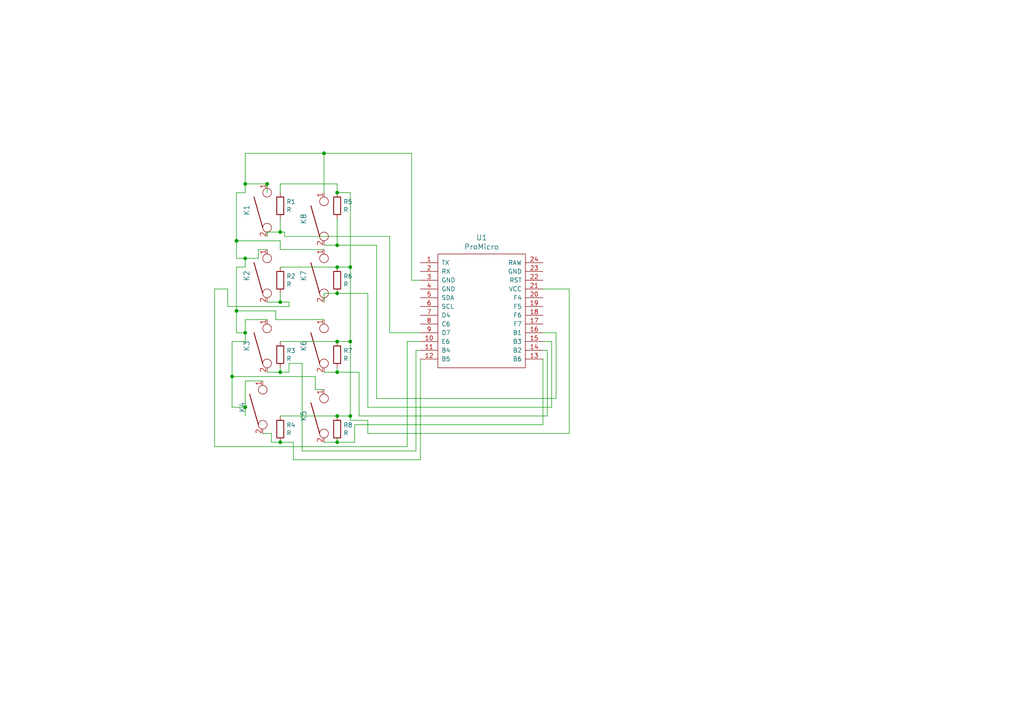
<source format=kicad_sch>
(kicad_sch (version 20230121) (generator eeschema)

  (uuid 54b0d0c6-1ff9-4de4-b0d2-42e1220c3880)

  (paper "A4")

  (lib_symbols
    (symbol "Device:R" (pin_numbers hide) (pin_names (offset 0)) (in_bom yes) (on_board yes)
      (property "Reference" "R" (at 2.032 0 90)
        (effects (font (size 1.27 1.27)))
      )
      (property "Value" "R" (at 0 0 90)
        (effects (font (size 1.27 1.27)))
      )
      (property "Footprint" "" (at -1.778 0 90)
        (effects (font (size 1.27 1.27)) hide)
      )
      (property "Datasheet" "~" (at 0 0 0)
        (effects (font (size 1.27 1.27)) hide)
      )
      (property "ki_keywords" "R res resistor" (at 0 0 0)
        (effects (font (size 1.27 1.27)) hide)
      )
      (property "ki_description" "Resistor" (at 0 0 0)
        (effects (font (size 1.27 1.27)) hide)
      )
      (property "ki_fp_filters" "R_*" (at 0 0 0)
        (effects (font (size 1.27 1.27)) hide)
      )
      (symbol "R_0_1"
        (rectangle (start -1.016 -2.54) (end 1.016 2.54)
          (stroke (width 0.254) (type default))
          (fill (type none))
        )
      )
      (symbol "R_1_1"
        (pin passive line (at 0 3.81 270) (length 1.27)
          (name "~" (effects (font (size 1.27 1.27))))
          (number "1" (effects (font (size 1.27 1.27))))
        )
        (pin passive line (at 0 -3.81 90) (length 1.27)
          (name "~" (effects (font (size 1.27 1.27))))
          (number "2" (effects (font (size 1.27 1.27))))
        )
      )
    )
    (symbol "Macro-rescue:ProMicro-promicro" (pin_names (offset 1.016)) (in_bom yes) (on_board yes)
      (property "Reference" "U" (at 0 24.13 0)
        (effects (font (size 1.524 1.524)))
      )
      (property "Value" "ProMicro-promicro" (at 0 -13.97 0)
        (effects (font (size 1.524 1.524)))
      )
      (property "Footprint" "" (at 2.54 -26.67 0)
        (effects (font (size 1.524 1.524)))
      )
      (property "Datasheet" "" (at 2.54 -26.67 0)
        (effects (font (size 1.524 1.524)))
      )
      (symbol "ProMicro-promicro_0_1"
        (rectangle (start -12.7 21.59) (end 12.7 -11.43)
          (stroke (width 0) (type solid))
          (fill (type none))
        )
      )
      (symbol "ProMicro-promicro_1_1"
        (pin bidirectional line (at -17.78 19.05 0) (length 5.08)
          (name "TX" (effects (font (size 1.27 1.27))))
          (number "1" (effects (font (size 1.27 1.27))))
        )
        (pin bidirectional line (at -17.78 -3.81 0) (length 5.08)
          (name "E6" (effects (font (size 1.27 1.27))))
          (number "10" (effects (font (size 1.27 1.27))))
        )
        (pin bidirectional line (at -17.78 -6.35 0) (length 5.08)
          (name "B4" (effects (font (size 1.27 1.27))))
          (number "11" (effects (font (size 1.27 1.27))))
        )
        (pin bidirectional line (at -17.78 -8.89 0) (length 5.08)
          (name "B5" (effects (font (size 1.27 1.27))))
          (number "12" (effects (font (size 1.27 1.27))))
        )
        (pin bidirectional line (at 17.78 -8.89 180) (length 5.08)
          (name "B6" (effects (font (size 1.27 1.27))))
          (number "13" (effects (font (size 1.27 1.27))))
        )
        (pin bidirectional line (at 17.78 -6.35 180) (length 5.08)
          (name "B2" (effects (font (size 1.27 1.27))))
          (number "14" (effects (font (size 1.27 1.27))))
        )
        (pin bidirectional line (at 17.78 -3.81 180) (length 5.08)
          (name "B3" (effects (font (size 1.27 1.27))))
          (number "15" (effects (font (size 1.27 1.27))))
        )
        (pin bidirectional line (at 17.78 -1.27 180) (length 5.08)
          (name "B1" (effects (font (size 1.27 1.27))))
          (number "16" (effects (font (size 1.27 1.27))))
        )
        (pin bidirectional line (at 17.78 1.27 180) (length 5.08)
          (name "F7" (effects (font (size 1.27 1.27))))
          (number "17" (effects (font (size 1.27 1.27))))
        )
        (pin bidirectional line (at 17.78 3.81 180) (length 5.08)
          (name "F6" (effects (font (size 1.27 1.27))))
          (number "18" (effects (font (size 1.27 1.27))))
        )
        (pin bidirectional line (at 17.78 6.35 180) (length 5.08)
          (name "F5" (effects (font (size 1.27 1.27))))
          (number "19" (effects (font (size 1.27 1.27))))
        )
        (pin bidirectional line (at -17.78 16.51 0) (length 5.08)
          (name "RX" (effects (font (size 1.27 1.27))))
          (number "2" (effects (font (size 1.27 1.27))))
        )
        (pin bidirectional line (at 17.78 8.89 180) (length 5.08)
          (name "F4" (effects (font (size 1.27 1.27))))
          (number "20" (effects (font (size 1.27 1.27))))
        )
        (pin power_in line (at 17.78 11.43 180) (length 5.08)
          (name "VCC" (effects (font (size 1.27 1.27))))
          (number "21" (effects (font (size 1.27 1.27))))
        )
        (pin input line (at 17.78 13.97 180) (length 5.08)
          (name "RST" (effects (font (size 1.27 1.27))))
          (number "22" (effects (font (size 1.27 1.27))))
        )
        (pin power_in line (at 17.78 16.51 180) (length 5.08)
          (name "GND" (effects (font (size 1.27 1.27))))
          (number "23" (effects (font (size 1.27 1.27))))
        )
        (pin power_out line (at 17.78 19.05 180) (length 5.08)
          (name "RAW" (effects (font (size 1.27 1.27))))
          (number "24" (effects (font (size 1.27 1.27))))
        )
        (pin power_in line (at -17.78 13.97 0) (length 5.08)
          (name "GND" (effects (font (size 1.27 1.27))))
          (number "3" (effects (font (size 1.27 1.27))))
        )
        (pin power_in line (at -17.78 11.43 0) (length 5.08)
          (name "GND" (effects (font (size 1.27 1.27))))
          (number "4" (effects (font (size 1.27 1.27))))
        )
        (pin bidirectional line (at -17.78 8.89 0) (length 5.08)
          (name "SDA" (effects (font (size 1.27 1.27))))
          (number "5" (effects (font (size 1.27 1.27))))
        )
        (pin bidirectional line (at -17.78 6.35 0) (length 5.08)
          (name "SCL" (effects (font (size 1.27 1.27))))
          (number "6" (effects (font (size 1.27 1.27))))
        )
        (pin bidirectional line (at -17.78 3.81 0) (length 5.08)
          (name "D4" (effects (font (size 1.27 1.27))))
          (number "7" (effects (font (size 1.27 1.27))))
        )
        (pin bidirectional line (at -17.78 1.27 0) (length 5.08)
          (name "C6" (effects (font (size 1.27 1.27))))
          (number "8" (effects (font (size 1.27 1.27))))
        )
        (pin bidirectional line (at -17.78 -1.27 0) (length 5.08)
          (name "D7" (effects (font (size 1.27 1.27))))
          (number "9" (effects (font (size 1.27 1.27))))
        )
      )
    )
    (symbol "Macro-rescue:keyboard_parts_KEYSW-keyboard_parts" (pin_names (offset 1.016)) (in_bom yes) (on_board yes)
      (property "Reference" "K?" (at -1.27 0 0)
        (effects (font (size 1.524 1.524)))
      )
      (property "Value" "keyboard_parts_keyboard_parts_KEYSW" (at 0 -2.54 0)
        (effects (font (size 1.524 1.524)) hide)
      )
      (property "Footprint" "" (at 0 0 0)
        (effects (font (size 1.524 1.524)))
      )
      (property "Datasheet" "" (at 0 0 0)
        (effects (font (size 1.524 1.524)))
      )
      (symbol "keyboard_parts_KEYSW-keyboard_parts_0_1"
        (circle (center -5.08 0) (radius 1.27)
          (stroke (width 0) (type solid))
          (fill (type none))
        )
        (polyline
          (pts
            (xy -5.08 1.27)
            (xy 3.81 3.81)
          )
          (stroke (width 0.254) (type solid))
          (fill (type none))
        )
        (circle (center 5.08 0) (radius 1.27)
          (stroke (width 0) (type solid))
          (fill (type none))
        )
      )
      (symbol "keyboard_parts_KEYSW-keyboard_parts_1_1"
        (pin passive line (at 7.62 0 180) (length 1.27)
          (name "~" (effects (font (size 1.524 1.524))))
          (number "1" (effects (font (size 1.524 1.524))))
        )
        (pin passive line (at -7.62 0 0) (length 1.27)
          (name "~" (effects (font (size 1.524 1.524))))
          (number "2" (effects (font (size 1.524 1.524))))
        )
      )
    )
  )

  (junction (at 81.28 107.95) (diameter 0) (color 0 0 0 0)
    (uuid 026e8624-290e-4c72-b0fa-6db85fd4b3fb)
  )
  (junction (at 97.79 107.95) (diameter 0) (color 0 0 0 0)
    (uuid 02fc449c-bada-48b0-bc71-a99d95d38852)
  )
  (junction (at 67.31 109.22) (diameter 0) (color 0 0 0 0)
    (uuid 139bd032-d681-44f6-81ce-da5d7182be42)
  )
  (junction (at 97.79 99.06) (diameter 0) (color 0 0 0 0)
    (uuid 17110ae5-f1d5-456a-bb70-ebaff41da4a9)
  )
  (junction (at 81.28 67.31) (diameter 0) (color 0 0 0 0)
    (uuid 1f214645-1e79-4a6b-aa35-7527e7dfe68b)
  )
  (junction (at 101.6 77.47) (diameter 0) (color 0 0 0 0)
    (uuid 1f7ff063-a6b3-4bfc-9c6a-83c8e376092c)
  )
  (junction (at 97.79 71.12) (diameter 0) (color 0 0 0 0)
    (uuid 29ad69cf-ebca-4f8e-8d3e-cf41f6c572ae)
  )
  (junction (at 71.12 118.11) (diameter 0) (color 0 0 0 0)
    (uuid 3297905b-afae-4d63-89eb-953c06d9c36c)
  )
  (junction (at 97.79 55.88) (diameter 0) (color 0 0 0 0)
    (uuid 3479b457-52f3-466a-a85b-f19c4b3597ef)
  )
  (junction (at 93.98 44.45) (diameter 0) (color 0 0 0 0)
    (uuid 38e6a64c-1302-434c-b847-5939c4e34118)
  )
  (junction (at 77.47 53.34) (diameter 0) (color 0 0 0 0)
    (uuid 47be7212-97b1-43f6-a1fe-7db8f9f6862b)
  )
  (junction (at 71.12 74.93) (diameter 0) (color 0 0 0 0)
    (uuid 5bac22f6-4490-43aa-bbb7-019b862a4b2d)
  )
  (junction (at 81.28 87.63) (diameter 0) (color 0 0 0 0)
    (uuid 6fb74de5-7fd7-491e-a0fa-df6a91896156)
  )
  (junction (at 97.79 128.27) (diameter 0) (color 0 0 0 0)
    (uuid 767ac5da-2abc-460b-93ad-680efbd55c1e)
  )
  (junction (at 71.12 53.34) (diameter 0) (color 0 0 0 0)
    (uuid 7ee4fc20-4233-4489-8835-55c1a0998de4)
  )
  (junction (at 97.79 120.65) (diameter 0) (color 0 0 0 0)
    (uuid 8fac1a05-ac1e-47ac-9508-22462098f29d)
  )
  (junction (at 68.58 90.17) (diameter 0) (color 0 0 0 0)
    (uuid 8fd0752c-c20c-41a1-81cc-57fd43846fd8)
  )
  (junction (at 71.12 96.52) (diameter 0) (color 0 0 0 0)
    (uuid a6869d51-627a-4429-900f-a2b65efbf195)
  )
  (junction (at 101.6 99.06) (diameter 0) (color 0 0 0 0)
    (uuid bb60f8e3-de9f-4176-9562-a20def4fba16)
  )
  (junction (at 81.28 128.27) (diameter 0) (color 0 0 0 0)
    (uuid c7bd8c61-7191-4780-8386-a3155476484f)
  )
  (junction (at 101.6 120.65) (diameter 0) (color 0 0 0 0)
    (uuid d645594e-51f2-46f1-9f57-871dc820f4e8)
  )
  (junction (at 68.58 69.85) (diameter 0) (color 0 0 0 0)
    (uuid d8c6107e-daec-4542-9fa3-8bc537ad780b)
  )
  (junction (at 97.79 77.47) (diameter 0) (color 0 0 0 0)
    (uuid eb64b6ba-5488-4c9b-90fb-e5758d8641b8)
  )
  (junction (at 97.79 85.09) (diameter 0) (color 0 0 0 0)
    (uuid fa1f3433-a684-4ac5-b80b-a459e8ae8206)
  )

  (wire (pts (xy 91.44 109.22) (xy 67.31 109.22))
    (stroke (width 0) (type default))
    (uuid 007545f3-5189-4fcf-8b69-296709d61c28)
  )
  (wire (pts (xy 71.12 77.47) (xy 71.12 74.93))
    (stroke (width 0) (type default))
    (uuid 00fc9e11-2837-4a41-8876-ccc3b2ca5597)
  )
  (wire (pts (xy 80.01 92.71) (xy 80.01 90.17))
    (stroke (width 0) (type default))
    (uuid 02516761-4bbc-471b-a0c4-e214459b0115)
  )
  (wire (pts (xy 158.75 101.6) (xy 158.75 120.65))
    (stroke (width 0) (type default))
    (uuid 05738fe6-7c3a-449c-a5aa-d584920f90a7)
  )
  (wire (pts (xy 81.28 85.09) (xy 81.28 87.63))
    (stroke (width 0) (type default))
    (uuid 0659e02b-59f5-47d2-b7ec-6fbff86c2cd5)
  )
  (wire (pts (xy 101.6 120.65) (xy 97.79 120.65))
    (stroke (width 0) (type default))
    (uuid 0830f088-5942-4f62-84ab-a526d6a9f6a1)
  )
  (wire (pts (xy 67.31 118.11) (xy 67.31 109.22))
    (stroke (width 0) (type default))
    (uuid 0d6804ad-eac3-4ce2-aa31-91b39e673dae)
  )
  (wire (pts (xy 83.82 107.95) (xy 81.28 107.95))
    (stroke (width 0) (type default))
    (uuid 135b8c2f-a230-404f-b81b-dc3c21ca670a)
  )
  (wire (pts (xy 81.28 63.5) (xy 81.28 67.31))
    (stroke (width 0) (type default))
    (uuid 16dd4fe9-e940-4f3b-912c-9ad352cbda7c)
  )
  (wire (pts (xy 71.12 118.11) (xy 67.31 118.11))
    (stroke (width 0) (type default))
    (uuid 19feacc4-37e2-48ab-9585-94cccf5db956)
  )
  (wire (pts (xy 113.03 68.58) (xy 82.55 68.58))
    (stroke (width 0) (type default))
    (uuid 1b89a7aa-77c5-497b-87cf-ce6ae2df8376)
  )
  (wire (pts (xy 77.47 67.31) (xy 81.28 67.31))
    (stroke (width 0) (type default))
    (uuid 1ca7b3ec-25de-47ec-a56f-e0332d530e8b)
  )
  (wire (pts (xy 119.38 81.28) (xy 121.92 81.28))
    (stroke (width 0) (type default))
    (uuid 1cb193a1-4a24-43ef-ac47-081d7298747c)
  )
  (wire (pts (xy 66.04 88.9) (xy 83.82 88.9))
    (stroke (width 0) (type default))
    (uuid 1ce3f7f6-8040-4535-b2eb-2afb975655a1)
  )
  (wire (pts (xy 77.47 55.88) (xy 77.47 53.34))
    (stroke (width 0) (type default))
    (uuid 1d0ef0d7-9dfd-43a2-9515-e74419924a04)
  )
  (wire (pts (xy 101.6 120.65) (xy 101.6 99.06))
    (stroke (width 0) (type default))
    (uuid 1d435175-783e-4860-81ac-e76b3b54141d)
  )
  (wire (pts (xy 102.87 128.27) (xy 97.79 128.27))
    (stroke (width 0) (type default))
    (uuid 1da80142-f826-4389-a12f-715e791903ce)
  )
  (wire (pts (xy 83.82 87.63) (xy 81.28 87.63))
    (stroke (width 0) (type default))
    (uuid 20dfcf66-69a6-4bf3-b299-333c95ce083b)
  )
  (wire (pts (xy 104.14 107.95) (xy 97.79 107.95))
    (stroke (width 0) (type default))
    (uuid 2476b5ca-d122-4acb-808a-0ef2db3c6f4d)
  )
  (wire (pts (xy 97.79 55.88) (xy 97.79 53.34))
    (stroke (width 0) (type default))
    (uuid 256d9e2b-e8a1-457d-bde5-fe419e8f9dfc)
  )
  (wire (pts (xy 157.48 99.06) (xy 160.02 99.06))
    (stroke (width 0) (type default))
    (uuid 29e7a6bf-59fc-4cf7-8e2a-a8ff9a8094ec)
  )
  (wire (pts (xy 161.29 96.52) (xy 161.29 115.57))
    (stroke (width 0) (type default))
    (uuid 32272fb1-02ea-4bf0-8285-a73d65246f79)
  )
  (wire (pts (xy 77.47 107.95) (xy 81.28 107.95))
    (stroke (width 0) (type default))
    (uuid 35b9f810-574b-4097-b00d-4e915e18f2a1)
  )
  (wire (pts (xy 81.28 77.47) (xy 97.79 77.47))
    (stroke (width 0) (type default))
    (uuid 35c9c24c-bc54-4733-9314-5a7e0cefda03)
  )
  (wire (pts (xy 71.12 44.45) (xy 71.12 53.34))
    (stroke (width 0) (type default))
    (uuid 37359dea-ada7-4abd-98c9-dc0630dc0634)
  )
  (wire (pts (xy 83.82 88.9) (xy 83.82 87.63))
    (stroke (width 0) (type default))
    (uuid 3c4c6745-4b18-47c6-ba38-4413877b08d6)
  )
  (wire (pts (xy 68.58 69.85) (xy 68.58 55.88))
    (stroke (width 0) (type default))
    (uuid 3d2ffa21-3317-4806-9031-0bfb7747c4e1)
  )
  (wire (pts (xy 81.28 107.95) (xy 81.28 106.68))
    (stroke (width 0) (type default))
    (uuid 3e9aed59-b296-4d2a-837b-7e12bbab275e)
  )
  (wire (pts (xy 71.12 118.11) (xy 71.12 110.49))
    (stroke (width 0) (type default))
    (uuid 3ed5900b-4f89-4053-90ef-3ef9d3166d9a)
  )
  (wire (pts (xy 71.12 53.34) (xy 71.12 55.88))
    (stroke (width 0) (type default))
    (uuid 4105a0c8-5636-490e-8cc9-16775508e209)
  )
  (wire (pts (xy 91.44 113.03) (xy 91.44 109.22))
    (stroke (width 0) (type default))
    (uuid 431bc5ac-6755-411b-b06b-61b64283a724)
  )
  (wire (pts (xy 97.79 53.34) (xy 81.28 53.34))
    (stroke (width 0) (type default))
    (uuid 449db3e4-fc01-4780-a6fd-f3e05a168865)
  )
  (wire (pts (xy 106.68 85.09) (xy 97.79 85.09))
    (stroke (width 0) (type default))
    (uuid 48e16527-58a6-45d4-b173-1688f42914c5)
  )
  (wire (pts (xy 83.82 105.41) (xy 83.82 107.95))
    (stroke (width 0) (type default))
    (uuid 4fc36591-12db-4f8c-84f7-4235af4ce75f)
  )
  (wire (pts (xy 81.28 72.39) (xy 81.28 69.85))
    (stroke (width 0) (type default))
    (uuid 51bea5bf-99dd-4710-8667-658b50194787)
  )
  (wire (pts (xy 97.79 99.06) (xy 81.28 99.06))
    (stroke (width 0) (type default))
    (uuid 53c0f4e1-5f5c-4e3e-abc3-d0fc05dec41e)
  )
  (wire (pts (xy 93.98 55.88) (xy 93.98 44.45))
    (stroke (width 0) (type default))
    (uuid 59dc4406-78d4-4c67-b276-47203c33a83f)
  )
  (wire (pts (xy 78.74 125.73) (xy 78.74 128.27))
    (stroke (width 0) (type default))
    (uuid 5fa9672e-a758-43ed-bf18-1c2f50898035)
  )
  (wire (pts (xy 157.48 96.52) (xy 161.29 96.52))
    (stroke (width 0) (type default))
    (uuid 6166f7e9-9bdf-45e2-9a0d-27398b2e162b)
  )
  (wire (pts (xy 106.68 121.92) (xy 101.6 121.92))
    (stroke (width 0) (type default))
    (uuid 62a74e21-8249-4831-ba7f-b0d9852baf24)
  )
  (wire (pts (xy 109.22 115.57) (xy 109.22 71.12))
    (stroke (width 0) (type default))
    (uuid 6420e37a-84d9-4448-abcc-2f944b224073)
  )
  (wire (pts (xy 160.02 99.06) (xy 160.02 118.11))
    (stroke (width 0) (type default))
    (uuid 678aab8e-9a48-4648-9b48-e7e8c8e180e2)
  )
  (wire (pts (xy 68.58 77.47) (xy 71.12 77.47))
    (stroke (width 0) (type default))
    (uuid 6b723da7-035d-4a44-89c2-b74cd6b2506d)
  )
  (wire (pts (xy 120.65 101.6) (xy 120.65 130.81))
    (stroke (width 0) (type default))
    (uuid 6cf89425-1068-4d07-9bd9-7d5c833dfc2b)
  )
  (wire (pts (xy 119.38 44.45) (xy 119.38 81.28))
    (stroke (width 0) (type default))
    (uuid 6d3db55b-1a57-48cd-8a02-88936063e4c6)
  )
  (wire (pts (xy 71.12 120.65) (xy 71.12 118.11))
    (stroke (width 0) (type default))
    (uuid 6eab2857-f353-4e16-bd59-775f527294d5)
  )
  (wire (pts (xy 93.98 92.71) (xy 80.01 92.71))
    (stroke (width 0) (type default))
    (uuid 701878b6-ac14-4d15-be69-a5170032c75c)
  )
  (wire (pts (xy 71.12 92.71) (xy 77.47 92.71))
    (stroke (width 0) (type default))
    (uuid 723e0049-b006-48a8-a6c8-591b7e3bfff7)
  )
  (wire (pts (xy 78.74 128.27) (xy 81.28 128.27))
    (stroke (width 0) (type default))
    (uuid 7b5db6e2-cc94-4bc5-9767-859304a5db4c)
  )
  (wire (pts (xy 71.12 74.93) (xy 68.58 74.93))
    (stroke (width 0) (type default))
    (uuid 7fd9a237-4f0c-4a24-b0f4-43c2834b70f8)
  )
  (wire (pts (xy 157.48 123.19) (xy 102.87 123.19))
    (stroke (width 0) (type default))
    (uuid 8094efc6-9fd8-4243-966b-58380f78fac8)
  )
  (wire (pts (xy 121.92 133.35) (xy 85.09 133.35))
    (stroke (width 0) (type default))
    (uuid 81d97085-8cab-44be-be12-f5ac643ea2cb)
  )
  (wire (pts (xy 106.68 125.73) (xy 106.68 121.92))
    (stroke (width 0) (type default))
    (uuid 8660f804-5a9b-4439-9d8e-8154d5128373)
  )
  (wire (pts (xy 165.1 125.73) (xy 106.68 125.73))
    (stroke (width 0) (type default))
    (uuid 895189b8-dd55-47af-82f5-cabcacf53083)
  )
  (wire (pts (xy 121.92 101.6) (xy 120.65 101.6))
    (stroke (width 0) (type default))
    (uuid 8a4e1424-7cef-4f3b-aa33-b29b0ee3cda4)
  )
  (wire (pts (xy 68.58 96.52) (xy 68.58 90.17))
    (stroke (width 0) (type default))
    (uuid 8acd622f-d416-452d-b96f-546484d10d5b)
  )
  (wire (pts (xy 97.79 128.27) (xy 97.79 127))
    (stroke (width 0) (type default))
    (uuid 8cebd7db-891a-4838-ae38-dc5fa3653903)
  )
  (wire (pts (xy 121.92 96.52) (xy 113.03 96.52))
    (stroke (width 0) (type default))
    (uuid 937a55e3-1398-4db2-9294-5481454a6316)
  )
  (wire (pts (xy 71.12 74.93) (xy 74.93 74.93))
    (stroke (width 0) (type default))
    (uuid 9383d852-864e-4f04-a27f-f5dd0d11c170)
  )
  (wire (pts (xy 68.58 90.17) (xy 68.58 77.47))
    (stroke (width 0) (type default))
    (uuid 95750c7b-d635-4c5b-ab19-b2d1d8cf599a)
  )
  (wire (pts (xy 62.23 83.82) (xy 66.04 83.82))
    (stroke (width 0) (type default))
    (uuid 9643d52f-ebd2-4393-9fff-e099cc852f17)
  )
  (wire (pts (xy 106.68 118.11) (xy 106.68 85.09))
    (stroke (width 0) (type default))
    (uuid 9a1c95d3-22dd-482c-b4d4-d343066d1b83)
  )
  (wire (pts (xy 67.31 109.22) (xy 67.31 99.06))
    (stroke (width 0) (type default))
    (uuid 9a9caf6c-2916-46d6-8299-cf2f23bee4c6)
  )
  (wire (pts (xy 68.58 74.93) (xy 68.58 69.85))
    (stroke (width 0) (type default))
    (uuid 9aef57bc-43aa-44f0-8870-0afe3d2d2ce3)
  )
  (wire (pts (xy 157.48 101.6) (xy 158.75 101.6))
    (stroke (width 0) (type default))
    (uuid a362a32f-1b1b-4821-9c72-2988e99e0b59)
  )
  (wire (pts (xy 97.79 85.09) (xy 93.98 85.09))
    (stroke (width 0) (type default))
    (uuid a7df821b-df1a-411b-a4e4-f6be47700216)
  )
  (wire (pts (xy 74.93 72.39) (xy 77.47 72.39))
    (stroke (width 0) (type default))
    (uuid aa5a64d7-eac1-4ae0-a71d-f9888360ba2f)
  )
  (wire (pts (xy 118.11 99.06) (xy 118.11 129.54))
    (stroke (width 0) (type default))
    (uuid aa638d31-1a6b-45ee-9601-49c8d503bd31)
  )
  (wire (pts (xy 97.79 107.95) (xy 93.98 107.95))
    (stroke (width 0) (type default))
    (uuid af6e73bf-d116-45f6-aa6b-b251fb0c29ce)
  )
  (wire (pts (xy 104.14 120.65) (xy 104.14 107.95))
    (stroke (width 0) (type default))
    (uuid b0eca71f-4591-4456-b4c2-0f404ea14b44)
  )
  (wire (pts (xy 93.98 44.45) (xy 119.38 44.45))
    (stroke (width 0) (type default))
    (uuid b154f46a-3b28-4b42-b04d-9c6aa52a5800)
  )
  (wire (pts (xy 71.12 92.71) (xy 71.12 96.52))
    (stroke (width 0) (type default))
    (uuid b443dd79-b402-4207-8c4c-46ff3ddbc151)
  )
  (wire (pts (xy 97.79 63.5) (xy 97.79 71.12))
    (stroke (width 0) (type default))
    (uuid b96d2131-45a3-47b7-bea3-a38f79410638)
  )
  (wire (pts (xy 109.22 71.12) (xy 97.79 71.12))
    (stroke (width 0) (type default))
    (uuid b9f689af-b928-486a-9d6c-e047e3bb3140)
  )
  (wire (pts (xy 102.87 123.19) (xy 102.87 128.27))
    (stroke (width 0) (type default))
    (uuid b9ffae93-0972-4707-83a1-9912e09e059e)
  )
  (wire (pts (xy 81.28 69.85) (xy 68.58 69.85))
    (stroke (width 0) (type default))
    (uuid bc52ffe1-cdd2-41d5-b24d-9a5770b617d5)
  )
  (wire (pts (xy 77.47 53.34) (xy 71.12 53.34))
    (stroke (width 0) (type default))
    (uuid becedab4-02b6-491c-9534-7cadb2879f4c)
  )
  (wire (pts (xy 67.31 99.06) (xy 71.12 99.06))
    (stroke (width 0) (type default))
    (uuid c0252f2b-14ee-4c1b-9f4f-e59bdb6bc0d3)
  )
  (wire (pts (xy 82.55 67.31) (xy 81.28 67.31))
    (stroke (width 0) (type default))
    (uuid c1b2c616-e48d-4cec-b0b7-1de3d7490ad1)
  )
  (wire (pts (xy 71.12 110.49) (xy 76.2 110.49))
    (stroke (width 0) (type default))
    (uuid c21294b8-978c-42d4-b3ed-6c61eb36f89b)
  )
  (wire (pts (xy 101.6 77.47) (xy 101.6 55.88))
    (stroke (width 0) (type default))
    (uuid c253edf2-5066-4f39-a77c-de6aab7fa020)
  )
  (wire (pts (xy 80.01 90.17) (xy 68.58 90.17))
    (stroke (width 0) (type default))
    (uuid c278b23e-e9ce-46ed-8901-00e30618d78e)
  )
  (wire (pts (xy 101.6 55.88) (xy 97.79 55.88))
    (stroke (width 0) (type default))
    (uuid c306dbcb-b637-49d6-b430-1652828b6e30)
  )
  (wire (pts (xy 118.11 129.54) (xy 62.23 129.54))
    (stroke (width 0) (type default))
    (uuid c61edf53-50ae-42f5-a8b4-74f19d1560b5)
  )
  (wire (pts (xy 97.79 106.68) (xy 97.79 107.95))
    (stroke (width 0) (type default))
    (uuid c635d5fe-70aa-4b56-9499-defba6f8a10f)
  )
  (wire (pts (xy 161.29 115.57) (xy 109.22 115.57))
    (stroke (width 0) (type default))
    (uuid c7d8442c-3491-42f0-8b68-729ec035ea5b)
  )
  (wire (pts (xy 101.6 121.92) (xy 101.6 120.65))
    (stroke (width 0) (type default))
    (uuid c951c845-3ca5-4761-a317-75fbad8e6ea9)
  )
  (wire (pts (xy 66.04 83.82) (xy 66.04 88.9))
    (stroke (width 0) (type default))
    (uuid cb0a9107-7c92-4374-8eca-75afa4c4c675)
  )
  (wire (pts (xy 93.98 85.09) (xy 93.98 87.63))
    (stroke (width 0) (type default))
    (uuid cf99c200-9882-439e-b8fa-25506e7b7126)
  )
  (wire (pts (xy 68.58 55.88) (xy 71.12 55.88))
    (stroke (width 0) (type default))
    (uuid d01d6b1f-56e1-4ec9-bfc6-2865e3b2b62b)
  )
  (wire (pts (xy 157.48 104.14) (xy 157.48 123.19))
    (stroke (width 0) (type default))
    (uuid d46d6fcb-9075-41e0-9bd3-aa75a3706e84)
  )
  (wire (pts (xy 97.79 71.12) (xy 93.98 71.12))
    (stroke (width 0) (type default))
    (uuid d58e21c6-c38d-4264-b0b9-f3d71b56b96e)
  )
  (wire (pts (xy 113.03 96.52) (xy 113.03 68.58))
    (stroke (width 0) (type default))
    (uuid d70efc2a-0c88-416c-904d-c2af05200a55)
  )
  (wire (pts (xy 77.47 67.31) (xy 77.47 68.58))
    (stroke (width 0) (type default))
    (uuid d73b143a-0208-462e-b544-7ea2e02e9643)
  )
  (wire (pts (xy 101.6 99.06) (xy 101.6 77.47))
    (stroke (width 0) (type default))
    (uuid da98262d-d280-4c22-96f0-fd2073a8285a)
  )
  (wire (pts (xy 81.28 53.34) (xy 81.28 55.88))
    (stroke (width 0) (type default))
    (uuid dadb88c9-cdb2-498c-bce7-99769c0d8bbc)
  )
  (wire (pts (xy 160.02 118.11) (xy 106.68 118.11))
    (stroke (width 0) (type default))
    (uuid db2d4833-852f-4875-b207-6aed87ad8e21)
  )
  (wire (pts (xy 93.98 113.03) (xy 91.44 113.03))
    (stroke (width 0) (type default))
    (uuid db76f4a7-d03b-4bf1-b3c1-84b532e2b1da)
  )
  (wire (pts (xy 71.12 96.52) (xy 71.12 99.06))
    (stroke (width 0) (type default))
    (uuid dc657e7b-3b3d-4e17-a47b-e30063627acc)
  )
  (wire (pts (xy 85.09 128.27) (xy 81.28 128.27))
    (stroke (width 0) (type default))
    (uuid dcf1f764-d79b-4a66-88fd-940a040927cb)
  )
  (wire (pts (xy 93.98 72.39) (xy 81.28 72.39))
    (stroke (width 0) (type default))
    (uuid e1c51ba6-9f65-4ace-a1e2-95f87351ce00)
  )
  (wire (pts (xy 82.55 68.58) (xy 82.55 67.31))
    (stroke (width 0) (type default))
    (uuid e2afb878-d79d-4d40-8cf1-b2953a617ced)
  )
  (wire (pts (xy 165.1 83.82) (xy 165.1 125.73))
    (stroke (width 0) (type default))
    (uuid e3d1467a-a45d-4e99-94e4-d49502158c78)
  )
  (wire (pts (xy 71.12 44.45) (xy 93.98 44.45))
    (stroke (width 0) (type default))
    (uuid e4175e40-5fdd-4553-ac5e-48322c46722e)
  )
  (wire (pts (xy 85.09 133.35) (xy 85.09 128.27))
    (stroke (width 0) (type default))
    (uuid e633c582-01ed-47bc-9186-9b184d0eba52)
  )
  (wire (pts (xy 74.93 74.93) (xy 74.93 72.39))
    (stroke (width 0) (type default))
    (uuid e6771c55-bebc-4aa1-9c85-65687b271a39)
  )
  (wire (pts (xy 157.48 83.82) (xy 165.1 83.82))
    (stroke (width 0) (type default))
    (uuid e68cff98-eb3f-4acb-a723-41a8644cedf4)
  )
  (wire (pts (xy 121.92 99.06) (xy 118.11 99.06))
    (stroke (width 0) (type default))
    (uuid e7cef4a6-3824-4c25-b054-eb6c65b5e35c)
  )
  (wire (pts (xy 120.65 130.81) (xy 87.63 130.81))
    (stroke (width 0) (type default))
    (uuid e8b4ba60-060a-44e6-8e3f-9a6ff0093226)
  )
  (wire (pts (xy 87.63 105.41) (xy 87.63 130.81))
    (stroke (width 0) (type default))
    (uuid e93fed28-3a85-4fe7-ab90-87168f2dbef0)
  )
  (wire (pts (xy 62.23 129.54) (xy 62.23 83.82))
    (stroke (width 0) (type default))
    (uuid e9c302d5-3bf4-42a1-bff2-0e5502df0aeb)
  )
  (wire (pts (xy 121.92 104.14) (xy 121.92 133.35))
    (stroke (width 0) (type default))
    (uuid eaf83605-6be6-45a8-adee-11136da0d418)
  )
  (wire (pts (xy 83.82 105.41) (xy 87.63 105.41))
    (stroke (width 0) (type default))
    (uuid ec13f4da-a437-4f57-94ed-86bd11d118ef)
  )
  (wire (pts (xy 71.12 96.52) (xy 68.58 96.52))
    (stroke (width 0) (type default))
    (uuid ef685c04-00b2-41b7-8861-c656c2c334fc)
  )
  (wire (pts (xy 81.28 120.65) (xy 97.79 120.65))
    (stroke (width 0) (type default))
    (uuid ef7edb2b-6058-4954-a8db-d718e37d44a8)
  )
  (wire (pts (xy 76.2 125.73) (xy 78.74 125.73))
    (stroke (width 0) (type default))
    (uuid f3cec372-4914-45cd-9572-c3a16e701bea)
  )
  (wire (pts (xy 158.75 120.65) (xy 104.14 120.65))
    (stroke (width 0) (type default))
    (uuid f5ee7fd7-eb01-44c1-b1c0-99bf0222d86e)
  )
  (wire (pts (xy 101.6 77.47) (xy 97.79 77.47))
    (stroke (width 0) (type default))
    (uuid f725aea4-a91f-428a-982c-0667bf0f4d1a)
  )
  (wire (pts (xy 93.98 128.27) (xy 97.79 128.27))
    (stroke (width 0) (type default))
    (uuid f96f122a-daab-4ab7-8e36-29e8e83069e9)
  )
  (wire (pts (xy 101.6 99.06) (xy 97.79 99.06))
    (stroke (width 0) (type default))
    (uuid fd236abe-2c1d-4583-9851-16b19a421b34)
  )
  (wire (pts (xy 77.47 87.63) (xy 81.28 87.63))
    (stroke (width 0) (type default))
    (uuid ff6e5e5b-071d-481f-8a92-b26a0b512cb6)
  )

  (symbol (lib_id "Macro-rescue:ProMicro-promicro") (at 139.7 95.25 0) (unit 1)
    (in_bom yes) (on_board yes) (dnp no)
    (uuid 00000000-0000-0000-0000-00006296fb99)
    (property "Reference" "U1" (at 139.7 68.9102 0)
      (effects (font (size 1.524 1.524)))
    )
    (property "Value" "ProMicro" (at 139.7 71.6026 0)
      (effects (font (size 1.524 1.524)))
    )
    (property "Footprint" "promicro:ProMicro" (at 142.24 121.92 0)
      (effects (font (size 1.524 1.524)) hide)
    )
    (property "Datasheet" "" (at 142.24 121.92 0)
      (effects (font (size 1.524 1.524)))
    )
    (pin "1" (uuid b307767c-22d7-4b7c-8b5c-93915fba1221))
    (pin "10" (uuid 03268949-478f-4a8f-b35e-aab1d19799b9))
    (pin "11" (uuid 8aeb766d-2be4-4573-b886-9b0b818f3d56))
    (pin "12" (uuid 08b47d52-a6da-424b-b829-720e8dcf650f))
    (pin "13" (uuid ed231b6f-1d1e-4a69-8b0e-e80fbbde89d0))
    (pin "14" (uuid 293ee54f-10ec-495e-83b9-717a4c9f4811))
    (pin "15" (uuid 2517a727-34fd-4a68-a616-6a4b7b1cbe15))
    (pin "16" (uuid 5f2d0af2-4795-4796-9b70-4ba16b539a24))
    (pin "17" (uuid e38c133d-ce74-4ebb-affb-0be6634cdf92))
    (pin "18" (uuid 04fd6922-c0f0-4cf0-9f3d-ff385359e44a))
    (pin "19" (uuid 4ab02297-a213-46c0-92c0-8d831f3d4c00))
    (pin "2" (uuid 4ad95a70-cd94-4832-b10d-28ead98f0f39))
    (pin "20" (uuid 53e99836-cce4-4e69-977d-ebf1c2bddf57))
    (pin "21" (uuid a3e73f5d-d3b1-4491-b432-ba4d1cdaeefd))
    (pin "22" (uuid ced29b3b-247b-4d2a-826f-d90e36f9d77e))
    (pin "23" (uuid 57db6bf0-e3da-4741-b2d6-3c68073fa50c))
    (pin "24" (uuid b239fba3-c1b7-40f4-969a-2e22630b9da7))
    (pin "3" (uuid f8fe3168-c0a6-4c15-9255-0d05d1325fa4))
    (pin "4" (uuid c5a50c27-b115-4305-b6d1-c4c70e46314d))
    (pin "5" (uuid 5789482f-8979-4826-a7f5-b0750c73948d))
    (pin "6" (uuid 19a73061-f979-45f9-bf14-0918ff0a85ad))
    (pin "7" (uuid a34cd2a5-bb11-40ab-93d6-0a154097bf9d))
    (pin "8" (uuid 76461107-e80d-4018-828f-4f2c1aacda00))
    (pin "9" (uuid 4448bd21-d084-4ba3-bf73-24ffb3f9f60a))
    (instances
      (project "Macro"
        (path "/54b0d0c6-1ff9-4de4-b0d2-42e1220c3880"
          (reference "U1") (unit 1)
        )
      )
    )
  )

  (symbol (lib_id "Device:R") (at 81.28 124.46 0) (unit 1)
    (in_bom yes) (on_board yes) (dnp no)
    (uuid 00000000-0000-0000-0000-000062999976)
    (property "Reference" "R4" (at 83.058 123.2916 0)
      (effects (font (size 1.27 1.27)) (justify left))
    )
    (property "Value" "R" (at 83.058 125.603 0)
      (effects (font (size 1.27 1.27)) (justify left))
    )
    (property "Footprint" "Resistor_THT:R_Axial_DIN0204_L3.6mm_D1.6mm_P5.08mm_Horizontal" (at 79.502 124.46 90)
      (effects (font (size 1.27 1.27)) hide)
    )
    (property "Datasheet" "~" (at 81.28 124.46 0)
      (effects (font (size 1.27 1.27)) hide)
    )
    (pin "1" (uuid fbf019e7-c904-4f84-af13-315ae1493962))
    (pin "2" (uuid 744b08f3-ed85-4b54-af26-96081548d6f2))
    (instances
      (project "Macro"
        (path "/54b0d0c6-1ff9-4de4-b0d2-42e1220c3880"
          (reference "R4") (unit 1)
        )
      )
    )
  )

  (symbol (lib_id "Device:R") (at 81.28 102.87 0) (unit 1)
    (in_bom yes) (on_board yes) (dnp no)
    (uuid 00000000-0000-0000-0000-000062999ed4)
    (property "Reference" "R3" (at 83.058 101.7016 0)
      (effects (font (size 1.27 1.27)) (justify left))
    )
    (property "Value" "R" (at 83.058 104.013 0)
      (effects (font (size 1.27 1.27)) (justify left))
    )
    (property "Footprint" "Resistor_THT:R_Axial_DIN0204_L3.6mm_D1.6mm_P5.08mm_Horizontal" (at 79.502 102.87 90)
      (effects (font (size 1.27 1.27)) hide)
    )
    (property "Datasheet" "~" (at 81.28 102.87 0)
      (effects (font (size 1.27 1.27)) hide)
    )
    (pin "1" (uuid 5417d223-4089-4d93-9ed1-63e270045a8b))
    (pin "2" (uuid 1fcda5d0-abec-4fe8-9eee-ea1ef9b3a12f))
    (instances
      (project "Macro"
        (path "/54b0d0c6-1ff9-4de4-b0d2-42e1220c3880"
          (reference "R3") (unit 1)
        )
      )
    )
  )

  (symbol (lib_id "Device:R") (at 81.28 81.28 0) (unit 1)
    (in_bom yes) (on_board yes) (dnp no)
    (uuid 00000000-0000-0000-0000-00006299ac52)
    (property "Reference" "R2" (at 83.058 80.1116 0)
      (effects (font (size 1.27 1.27)) (justify left))
    )
    (property "Value" "R" (at 83.058 82.423 0)
      (effects (font (size 1.27 1.27)) (justify left))
    )
    (property "Footprint" "Resistor_THT:R_Axial_DIN0204_L3.6mm_D1.6mm_P5.08mm_Horizontal" (at 79.502 81.28 90)
      (effects (font (size 1.27 1.27)) hide)
    )
    (property "Datasheet" "~" (at 81.28 81.28 0)
      (effects (font (size 1.27 1.27)) hide)
    )
    (pin "1" (uuid 1262b535-d739-4074-ac7a-437470a27721))
    (pin "2" (uuid 7ec37232-0161-4d40-a81c-615bbe87c02a))
    (instances
      (project "Macro"
        (path "/54b0d0c6-1ff9-4de4-b0d2-42e1220c3880"
          (reference "R2") (unit 1)
        )
      )
    )
  )

  (symbol (lib_id "Device:R") (at 81.28 59.69 0) (unit 1)
    (in_bom yes) (on_board yes) (dnp no)
    (uuid 00000000-0000-0000-0000-00006299b22c)
    (property "Reference" "R1" (at 83.058 58.5216 0)
      (effects (font (size 1.27 1.27)) (justify left))
    )
    (property "Value" "R" (at 83.058 60.833 0)
      (effects (font (size 1.27 1.27)) (justify left))
    )
    (property "Footprint" "Resistor_THT:R_Axial_DIN0204_L3.6mm_D1.6mm_P5.08mm_Horizontal" (at 79.502 59.69 90)
      (effects (font (size 1.27 1.27)) hide)
    )
    (property "Datasheet" "~" (at 81.28 59.69 0)
      (effects (font (size 1.27 1.27)) hide)
    )
    (pin "1" (uuid ae0f8bbb-dbb2-40ac-950e-75f95c7524d5))
    (pin "2" (uuid c059e415-875e-4d7d-844f-6681c91f690f))
    (instances
      (project "Macro"
        (path "/54b0d0c6-1ff9-4de4-b0d2-42e1220c3880"
          (reference "R1") (unit 1)
        )
      )
    )
  )

  (symbol (lib_id "Device:R") (at 97.79 59.69 0) (unit 1)
    (in_bom yes) (on_board yes) (dnp no)
    (uuid 00000000-0000-0000-0000-00006299b858)
    (property "Reference" "R5" (at 99.568 58.5216 0)
      (effects (font (size 1.27 1.27)) (justify left))
    )
    (property "Value" "R" (at 99.568 60.833 0)
      (effects (font (size 1.27 1.27)) (justify left))
    )
    (property "Footprint" "Resistor_THT:R_Axial_DIN0204_L3.6mm_D1.6mm_P5.08mm_Horizontal" (at 96.012 59.69 90)
      (effects (font (size 1.27 1.27)) hide)
    )
    (property "Datasheet" "~" (at 97.79 59.69 0)
      (effects (font (size 1.27 1.27)) hide)
    )
    (pin "1" (uuid dcf6851e-403a-4c26-8012-b8aa77ea516d))
    (pin "2" (uuid 526c0227-4aaa-45f8-b3dc-733d9cf26acd))
    (instances
      (project "Macro"
        (path "/54b0d0c6-1ff9-4de4-b0d2-42e1220c3880"
          (reference "R5") (unit 1)
        )
      )
    )
  )

  (symbol (lib_id "Device:R") (at 97.79 81.28 0) (unit 1)
    (in_bom yes) (on_board yes) (dnp no)
    (uuid 00000000-0000-0000-0000-00006299c11d)
    (property "Reference" "R6" (at 99.568 80.1116 0)
      (effects (font (size 1.27 1.27)) (justify left))
    )
    (property "Value" "R" (at 99.568 82.423 0)
      (effects (font (size 1.27 1.27)) (justify left))
    )
    (property "Footprint" "Resistor_THT:R_Axial_DIN0204_L3.6mm_D1.6mm_P5.08mm_Horizontal" (at 96.012 81.28 90)
      (effects (font (size 1.27 1.27)) hide)
    )
    (property "Datasheet" "~" (at 97.79 81.28 0)
      (effects (font (size 1.27 1.27)) hide)
    )
    (pin "1" (uuid 9a166293-2bfd-4a35-8d02-7912fd065ace))
    (pin "2" (uuid c95addca-c751-4ade-818f-0bbc4c2525ec))
    (instances
      (project "Macro"
        (path "/54b0d0c6-1ff9-4de4-b0d2-42e1220c3880"
          (reference "R6") (unit 1)
        )
      )
    )
  )

  (symbol (lib_id "Device:R") (at 97.79 102.87 0) (unit 1)
    (in_bom yes) (on_board yes) (dnp no)
    (uuid 00000000-0000-0000-0000-00006299c8c7)
    (property "Reference" "R7" (at 99.568 101.7016 0)
      (effects (font (size 1.27 1.27)) (justify left))
    )
    (property "Value" "R" (at 99.568 104.013 0)
      (effects (font (size 1.27 1.27)) (justify left))
    )
    (property "Footprint" "Resistor_THT:R_Axial_DIN0204_L3.6mm_D1.6mm_P5.08mm_Horizontal" (at 96.012 102.87 90)
      (effects (font (size 1.27 1.27)) hide)
    )
    (property "Datasheet" "~" (at 97.79 102.87 0)
      (effects (font (size 1.27 1.27)) hide)
    )
    (pin "1" (uuid 23049203-8412-4db1-9727-2bbabe9c3279))
    (pin "2" (uuid 369ad5f3-1802-40eb-bb35-9200e81dd7df))
    (instances
      (project "Macro"
        (path "/54b0d0c6-1ff9-4de4-b0d2-42e1220c3880"
          (reference "R7") (unit 1)
        )
      )
    )
  )

  (symbol (lib_id "Device:R") (at 97.79 124.46 0) (unit 1)
    (in_bom yes) (on_board yes) (dnp no)
    (uuid 00000000-0000-0000-0000-00006299d08d)
    (property "Reference" "R8" (at 99.568 123.2916 0)
      (effects (font (size 1.27 1.27)) (justify left))
    )
    (property "Value" "R" (at 99.568 125.603 0)
      (effects (font (size 1.27 1.27)) (justify left))
    )
    (property "Footprint" "Resistor_THT:R_Axial_DIN0204_L3.6mm_D1.6mm_P5.08mm_Horizontal" (at 96.012 124.46 90)
      (effects (font (size 1.27 1.27)) hide)
    )
    (property "Datasheet" "~" (at 97.79 124.46 0)
      (effects (font (size 1.27 1.27)) hide)
    )
    (pin "1" (uuid 3f56aa96-cb29-4b63-ad79-fe98e4a823a8))
    (pin "2" (uuid a0a9eab1-a2ba-44a3-9190-0a9c9355b040))
    (instances
      (project "Macro"
        (path "/54b0d0c6-1ff9-4de4-b0d2-42e1220c3880"
          (reference "R8") (unit 1)
        )
      )
    )
  )

  (symbol (lib_id "Macro-rescue:keyboard_parts_KEYSW-keyboard_parts") (at 77.47 60.96 90) (unit 1)
    (in_bom yes) (on_board yes) (dnp no)
    (uuid 00000000-0000-0000-0000-000062acaa72)
    (property "Reference" "K1" (at 71.5518 60.96 0)
      (effects (font (size 1.524 1.524)))
    )
    (property "Value" "keyboard_parts_KEYSW" (at 80.01 60.96 0)
      (effects (font (size 1.524 1.524)) hide)
    )
    (property "Footprint" "Button_Switch_Keyboard:SW_Cherry_MX_1.00u_PCB" (at 77.47 60.96 0)
      (effects (font (size 1.524 1.524)) hide)
    )
    (property "Datasheet" "" (at 77.47 60.96 0)
      (effects (font (size 1.524 1.524)))
    )
    (pin "1" (uuid 62eac312-70ca-4072-87d1-fceab2c0e110))
    (pin "2" (uuid 394ad5e6-4f58-42e4-a067-8b8b5378e572))
    (instances
      (project "Macro"
        (path "/54b0d0c6-1ff9-4de4-b0d2-42e1220c3880"
          (reference "K1") (unit 1)
        )
      )
    )
  )

  (symbol (lib_id "Macro-rescue:keyboard_parts_KEYSW-keyboard_parts") (at 77.47 80.01 90) (unit 1)
    (in_bom yes) (on_board yes) (dnp no)
    (uuid 00000000-0000-0000-0000-000062ace035)
    (property "Reference" "K2" (at 71.5518 80.01 0)
      (effects (font (size 1.524 1.524)))
    )
    (property "Value" "keyboard_parts_KEYSW" (at 80.01 80.01 0)
      (effects (font (size 1.524 1.524)) hide)
    )
    (property "Footprint" "Button_Switch_Keyboard:SW_Cherry_MX_1.00u_PCB" (at 77.47 80.01 0)
      (effects (font (size 1.524 1.524)) hide)
    )
    (property "Datasheet" "" (at 77.47 80.01 0)
      (effects (font (size 1.524 1.524)))
    )
    (pin "1" (uuid 640a9ec5-d3ea-4a67-8102-8e6905f2f17d))
    (pin "2" (uuid 5fe50d7a-2fcc-41da-974e-3406ee3a3137))
    (instances
      (project "Macro"
        (path "/54b0d0c6-1ff9-4de4-b0d2-42e1220c3880"
          (reference "K2") (unit 1)
        )
      )
    )
  )

  (symbol (lib_id "Macro-rescue:keyboard_parts_KEYSW-keyboard_parts") (at 77.47 100.33 90) (unit 1)
    (in_bom yes) (on_board yes) (dnp no)
    (uuid 00000000-0000-0000-0000-000062ad0606)
    (property "Reference" "K3" (at 71.5518 100.33 0)
      (effects (font (size 1.524 1.524)))
    )
    (property "Value" "keyboard_parts_KEYSW" (at 80.01 100.33 0)
      (effects (font (size 1.524 1.524)) hide)
    )
    (property "Footprint" "Button_Switch_Keyboard:SW_Cherry_MX_1.00u_PCB" (at 77.47 100.33 0)
      (effects (font (size 1.524 1.524)) hide)
    )
    (property "Datasheet" "" (at 77.47 100.33 0)
      (effects (font (size 1.524 1.524)))
    )
    (pin "1" (uuid 0c7e653d-5094-406d-88eb-ab51122702f4))
    (pin "2" (uuid 25df84cb-6366-4fe7-b35e-af8d2e812351))
    (instances
      (project "Macro"
        (path "/54b0d0c6-1ff9-4de4-b0d2-42e1220c3880"
          (reference "K3") (unit 1)
        )
      )
    )
  )

  (symbol (lib_id "Macro-rescue:keyboard_parts_KEYSW-keyboard_parts") (at 76.2 118.11 90) (unit 1)
    (in_bom yes) (on_board yes) (dnp no)
    (uuid 00000000-0000-0000-0000-000062ad2e75)
    (property "Reference" "K4" (at 70.2818 118.11 0)
      (effects (font (size 1.524 1.524)))
    )
    (property "Value" "keyboard_parts_KEYSW" (at 78.74 118.11 0)
      (effects (font (size 1.524 1.524)) hide)
    )
    (property "Footprint" "Button_Switch_Keyboard:SW_Cherry_MX_1.00u_PCB" (at 76.2 118.11 0)
      (effects (font (size 1.524 1.524)) hide)
    )
    (property "Datasheet" "" (at 76.2 118.11 0)
      (effects (font (size 1.524 1.524)))
    )
    (pin "1" (uuid 84730c69-c9eb-4b8b-9a6a-d795ccf92062))
    (pin "2" (uuid 7b872013-9b44-4254-b6a5-27d6361f6f80))
    (instances
      (project "Macro"
        (path "/54b0d0c6-1ff9-4de4-b0d2-42e1220c3880"
          (reference "K4") (unit 1)
        )
      )
    )
  )

  (symbol (lib_id "Macro-rescue:keyboard_parts_KEYSW-keyboard_parts") (at 93.98 120.65 90) (unit 1)
    (in_bom yes) (on_board yes) (dnp no)
    (uuid 00000000-0000-0000-0000-000062ad541e)
    (property "Reference" "K5" (at 88.0618 120.65 0)
      (effects (font (size 1.524 1.524)))
    )
    (property "Value" "keyboard_parts_KEYSW" (at 96.52 120.65 0)
      (effects (font (size 1.524 1.524)) hide)
    )
    (property "Footprint" "Button_Switch_Keyboard:SW_Cherry_MX_1.00u_PCB" (at 93.98 120.65 0)
      (effects (font (size 1.524 1.524)) hide)
    )
    (property "Datasheet" "" (at 93.98 120.65 0)
      (effects (font (size 1.524 1.524)))
    )
    (pin "1" (uuid bfde7394-12f6-4cd8-95c4-ceaae40acb1c))
    (pin "2" (uuid 65101d0b-253d-43bb-9d1e-df7194e11f6e))
    (instances
      (project "Macro"
        (path "/54b0d0c6-1ff9-4de4-b0d2-42e1220c3880"
          (reference "K5") (unit 1)
        )
      )
    )
  )

  (symbol (lib_id "Macro-rescue:keyboard_parts_KEYSW-keyboard_parts") (at 93.98 100.33 90) (unit 1)
    (in_bom yes) (on_board yes) (dnp no)
    (uuid 00000000-0000-0000-0000-000062ad7bde)
    (property "Reference" "K6" (at 88.0618 100.33 0)
      (effects (font (size 1.524 1.524)))
    )
    (property "Value" "keyboard_parts_KEYSW" (at 96.52 100.33 0)
      (effects (font (size 1.524 1.524)) hide)
    )
    (property "Footprint" "Button_Switch_Keyboard:SW_Cherry_MX_1.00u_PCB" (at 93.98 100.33 0)
      (effects (font (size 1.524 1.524)) hide)
    )
    (property "Datasheet" "" (at 93.98 100.33 0)
      (effects (font (size 1.524 1.524)))
    )
    (pin "1" (uuid f16b99d8-e732-4102-ad7f-04f6130cd682))
    (pin "2" (uuid 33f5c495-c6d5-479b-baa2-3a008efd1e30))
    (instances
      (project "Macro"
        (path "/54b0d0c6-1ff9-4de4-b0d2-42e1220c3880"
          (reference "K6") (unit 1)
        )
      )
    )
  )

  (symbol (lib_id "Macro-rescue:keyboard_parts_KEYSW-keyboard_parts") (at 93.98 80.01 90) (unit 1)
    (in_bom yes) (on_board yes) (dnp no)
    (uuid 00000000-0000-0000-0000-000062ada24a)
    (property "Reference" "K7" (at 88.0618 80.01 0)
      (effects (font (size 1.524 1.524)))
    )
    (property "Value" "keyboard_parts_KEYSW" (at 96.52 80.01 0)
      (effects (font (size 1.524 1.524)) hide)
    )
    (property "Footprint" "Button_Switch_Keyboard:SW_Cherry_MX_1.00u_PCB" (at 93.98 80.01 0)
      (effects (font (size 1.524 1.524)) hide)
    )
    (property "Datasheet" "" (at 93.98 80.01 0)
      (effects (font (size 1.524 1.524)))
    )
    (pin "1" (uuid f6147fd5-7987-417a-8271-df3e04d922a2))
    (pin "2" (uuid 6f4335e6-f661-41f4-922f-7e15f12bcd57))
    (instances
      (project "Macro"
        (path "/54b0d0c6-1ff9-4de4-b0d2-42e1220c3880"
          (reference "K7") (unit 1)
        )
      )
    )
  )

  (symbol (lib_id "Macro-rescue:keyboard_parts_KEYSW-keyboard_parts") (at 93.98 63.5 90) (unit 1)
    (in_bom yes) (on_board yes) (dnp no)
    (uuid 00000000-0000-0000-0000-000062adc983)
    (property "Reference" "K8" (at 88.0618 63.5 0)
      (effects (font (size 1.524 1.524)))
    )
    (property "Value" "keyboard_parts_KEYSW" (at 96.52 63.5 0)
      (effects (font (size 1.524 1.524)) hide)
    )
    (property "Footprint" "Button_Switch_Keyboard:SW_Cherry_MX_1.00u_PCB" (at 93.98 63.5 0)
      (effects (font (size 1.524 1.524)) hide)
    )
    (property "Datasheet" "" (at 93.98 63.5 0)
      (effects (font (size 1.524 1.524)))
    )
    (pin "1" (uuid 0a071319-6e4d-487e-9a70-26ad1fe01a2a))
    (pin "2" (uuid b783ae29-150d-4e81-bb7e-02bcef0e1f76))
    (instances
      (project "Macro"
        (path "/54b0d0c6-1ff9-4de4-b0d2-42e1220c3880"
          (reference "K8") (unit 1)
        )
      )
    )
  )

  (sheet_instances
    (path "/" (page "1"))
  )
)

</source>
